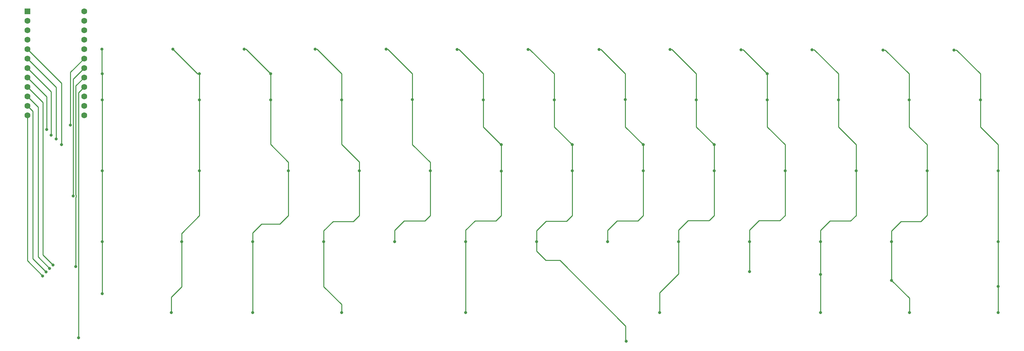
<source format=gbr>
%TF.GenerationSoftware,KiCad,Pcbnew,(6.0.7-1)-1*%
%TF.CreationDate,2022-10-01T18:19:12+02:00*%
%TF.ProjectId,staggered-keyboard,73746167-6765-4726-9564-2d6b6579626f,rev?*%
%TF.SameCoordinates,Original*%
%TF.FileFunction,Copper,L1,Top*%
%TF.FilePolarity,Positive*%
%FSLAX46Y46*%
G04 Gerber Fmt 4.6, Leading zero omitted, Abs format (unit mm)*
G04 Created by KiCad (PCBNEW (6.0.7-1)-1) date 2022-10-01 18:19:12*
%MOMM*%
%LPD*%
G01*
G04 APERTURE LIST*
%TA.AperFunction,ComponentPad*%
%ADD10R,1.600000X1.600000*%
%TD*%
%TA.AperFunction,ComponentPad*%
%ADD11C,1.600000*%
%TD*%
%TA.AperFunction,ViaPad*%
%ADD12C,0.800000*%
%TD*%
%TA.AperFunction,Conductor*%
%ADD13C,0.250000*%
%TD*%
G04 APERTURE END LIST*
D10*
%TO.P,U1,1,TX*%
%TO.N,Col 3*%
X68060000Y-141940000D03*
D11*
%TO.P,U1,2,RX*%
%TO.N,Col 4*%
X68060000Y-144480000D03*
%TO.P,U1,3,GND*%
%TO.N,unconnected-(U1-Pad3)*%
X68060000Y-147020000D03*
%TO.P,U1,4,GND*%
%TO.N,unconnected-(U1-Pad4)*%
X68060000Y-149560000D03*
%TO.P,U1,5,SDA*%
%TO.N,Col 5*%
X68060000Y-152100000D03*
%TO.P,U1,6,SCL*%
%TO.N,Col 6*%
X68060000Y-154640000D03*
%TO.P,U1,7,D4*%
%TO.N,Col 7*%
X68060000Y-157180000D03*
%TO.P,U1,8,C6*%
%TO.N,Col 8*%
X68060000Y-159720000D03*
%TO.P,U1,9,D7*%
%TO.N,Col 9*%
X68060000Y-162260000D03*
%TO.P,U1,10,E6*%
%TO.N,Col 10*%
X68060000Y-164800000D03*
%TO.P,U1,11,B4*%
%TO.N,Col 11*%
X68060000Y-167340000D03*
%TO.P,U1,12,B5*%
%TO.N,Col 12*%
X68060000Y-169880000D03*
%TO.P,U1,13,B6*%
%TO.N,Col 2*%
X83300000Y-169880000D03*
%TO.P,U1,14,B2*%
%TO.N,Col 1*%
X83300000Y-167340000D03*
%TO.P,U1,15,B3*%
%TO.N,Col 0*%
X83300000Y-164800000D03*
%TO.P,U1,16,B1*%
%TO.N,Row 4*%
X83300000Y-162260000D03*
%TO.P,U1,17,F7*%
%TO.N,Row 3*%
X83300000Y-159720000D03*
%TO.P,U1,18,F6*%
%TO.N,Row 2*%
X83300000Y-157180000D03*
%TO.P,U1,19,F5*%
%TO.N,Row 1*%
X83300000Y-154640000D03*
%TO.P,U1,20,F4*%
%TO.N,Row 0*%
X83300000Y-152100000D03*
%TO.P,U1,21,VCC*%
%TO.N,unconnected-(U1-Pad21)*%
X83300000Y-149560000D03*
%TO.P,U1,22,RST*%
%TO.N,unconnected-(U1-Pad22)*%
X83300000Y-147020000D03*
%TO.P,U1,23,GND*%
%TO.N,unconnected-(U1-Pad23)*%
X83300000Y-144480000D03*
%TO.P,U1,24,RAW*%
%TO.N,unconnected-(U1-Pad24)*%
X83300000Y-141940000D03*
%TD*%
D12*
%TO.N,Col 12*%
X328575000Y-203850000D03*
X328575000Y-184775000D03*
X323825000Y-165725000D03*
X328625000Y-215900000D03*
X328625000Y-222900000D03*
%TO.N,Col 11*%
X304800000Y-222875000D03*
X300000000Y-214250000D03*
X300000000Y-203825000D03*
X309525000Y-184775000D03*
X304750000Y-165725000D03*
%TO.N,Col 10*%
X280925000Y-212650000D03*
X280925000Y-222900000D03*
X280925000Y-203825000D03*
X290475000Y-184775000D03*
X285725000Y-165725000D03*
%TO.N,Col 9*%
X261900000Y-211900000D03*
X261900000Y-203825000D03*
X271425000Y-184775000D03*
X266650000Y-165725000D03*
%TO.N,Col 8*%
X237750000Y-222875000D03*
X242850000Y-203825000D03*
X252375000Y-177800000D03*
X252375000Y-184825000D03*
X247600000Y-165725000D03*
%TO.N,Col 7*%
X223800000Y-203825000D03*
X233325000Y-177800000D03*
X233325000Y-184775000D03*
X228550000Y-165700000D03*
%TO.N,Col 6*%
X204750000Y-203825000D03*
X214275000Y-184775000D03*
X214275000Y-177800000D03*
X209500000Y-165725000D03*
%TO.N,Col 5*%
X185700000Y-222875000D03*
X185700000Y-203825000D03*
X195225000Y-184850000D03*
X190450000Y-165725000D03*
%TO.N,Col 4*%
X166625000Y-203850000D03*
X176175000Y-184775000D03*
X171400000Y-165700000D03*
%TO.N,Col 3*%
X152400000Y-222875000D03*
X147600000Y-203825000D03*
X157125000Y-184775000D03*
X152375000Y-165725000D03*
%TO.N,Col 2*%
X128550000Y-222875000D03*
X128550000Y-203825000D03*
X138075000Y-184775000D03*
X133325000Y-165725000D03*
%TO.N,Col 1*%
X106700000Y-222875000D03*
X109500000Y-203850000D03*
X114250000Y-184775000D03*
%TO.N,Col 0*%
X88125000Y-217800000D03*
X88125000Y-203850000D03*
X88125000Y-184800000D03*
X88125000Y-165725000D03*
%TO.N,Col 12*%
X316720000Y-152360000D03*
%TO.N,Col 11*%
X297670000Y-152330000D03*
%TO.N,Col 9*%
X266650000Y-158750000D03*
X259580000Y-152290000D03*
%TO.N,Col 10*%
X278680000Y-152280000D03*
%TO.N,Col 8*%
X240550000Y-152230000D03*
%TO.N,Col 7*%
X221500000Y-152180000D03*
%TO.N,Col 6*%
X202420000Y-152160000D03*
%TO.N,Col 5*%
X183370000Y-152170000D03*
%TO.N,Col 4*%
X164350000Y-152130000D03*
%TO.N,Col 1*%
X114250000Y-165725000D03*
%TO.N,Col 3*%
X145270000Y-152150000D03*
%TO.N,Col 2*%
X126220000Y-152150000D03*
%TO.N,Col 1*%
X107130000Y-152110000D03*
%TO.N,Col 0*%
X88100000Y-152140000D03*
%TO.N,Row 1*%
X79625500Y-172550000D03*
%TO.N,Row 2*%
X80355500Y-191600000D03*
%TO.N,Row 3*%
X81070000Y-210570000D03*
%TO.N,Row 4*%
X81800000Y-229650000D03*
%TO.N,Col 0*%
X88125000Y-158680000D03*
%TO.N,Col 1*%
X114250000Y-158725000D03*
%TO.N,Col 2*%
X133325000Y-158725000D03*
%TO.N,Col 5*%
X77200000Y-177800000D03*
X195225000Y-177800000D03*
%TO.N,Col 6*%
X228780000Y-230580000D03*
X75750000Y-176270000D03*
%TO.N,Col 7*%
X74410000Y-175225000D03*
%TO.N,Col 8*%
X73210000Y-173680000D03*
%TO.N,Col 9*%
X74900000Y-210075000D03*
%TO.N,Col 10*%
X74000000Y-211025000D03*
%TO.N,Col 11*%
X73100000Y-212000000D03*
%TO.N,Col 12*%
X72150000Y-213050000D03*
%TD*%
D13*
%TO.N,Col 6*%
X204750000Y-203825000D02*
X204750000Y-206425000D01*
X228650000Y-226550000D02*
X228650000Y-230450000D01*
X204750000Y-206425000D02*
X207200000Y-208875000D01*
X207200000Y-208875000D02*
X210975000Y-208875000D01*
X210975000Y-208875000D02*
X228650000Y-226550000D01*
X228650000Y-230450000D02*
X228780000Y-230580000D01*
%TO.N,Col 10*%
X278680000Y-152280000D02*
X279255000Y-152280000D01*
X279255000Y-152280000D02*
X285725000Y-158750000D01*
X285725000Y-158750000D02*
X285725000Y-165725000D01*
%TO.N,Col 12*%
X328575000Y-203850000D02*
X328575000Y-215850000D01*
X328575000Y-215850000D02*
X328625000Y-215900000D01*
X328575000Y-184775000D02*
X328575000Y-203850000D01*
X328575000Y-177800000D02*
X328575000Y-184775000D01*
X323825000Y-165725000D02*
X323825000Y-173050000D01*
X323825000Y-173050000D02*
X328575000Y-177800000D01*
X323825000Y-158750000D02*
X323825000Y-165725000D01*
X323825000Y-158750000D02*
X317435000Y-152360000D01*
X317435000Y-152360000D02*
X316720000Y-152360000D01*
%TO.N,Col 11*%
X300000000Y-214250000D02*
X304775000Y-219025000D01*
X300000000Y-214250000D02*
X300000000Y-203825000D01*
X304775000Y-219025000D02*
X304775000Y-222850000D01*
X304775000Y-222850000D02*
X304800000Y-222875000D01*
%TO.N,Col 10*%
X280925000Y-212650000D02*
X280925000Y-222900000D01*
X280925000Y-203825000D02*
X280925000Y-212650000D01*
%TO.N,Col 9*%
X261900000Y-211900000D02*
X261900000Y-203825000D01*
%TO.N,Col 12*%
X328625000Y-215900000D02*
X328625000Y-222900000D01*
X72150000Y-213050000D02*
X68060000Y-208960000D01*
X68060000Y-208960000D02*
X68060000Y-169880000D01*
%TO.N,Col 11*%
X73100000Y-212000000D02*
X69520000Y-208420000D01*
X69520000Y-208420000D02*
X69520000Y-168800000D01*
X69520000Y-168800000D02*
X68060000Y-167340000D01*
%TO.N,Col 10*%
X70920000Y-167660000D02*
X68060000Y-164800000D01*
X74000000Y-211025000D02*
X70920000Y-207945000D01*
X70920000Y-207945000D02*
X70920000Y-167660000D01*
%TO.N,Col 9*%
X72240000Y-166440000D02*
X68060000Y-162260000D01*
X72240000Y-207415000D02*
X72240000Y-166440000D01*
X74900000Y-210075000D02*
X72240000Y-207415000D01*
%TO.N,Col 11*%
X300000000Y-200950000D02*
X300000000Y-203825000D01*
X309525000Y-196750000D02*
X308025000Y-198250000D01*
X308025000Y-198250000D02*
X307850000Y-198425000D01*
X302525000Y-198425000D02*
X300000000Y-200950000D01*
X309525000Y-184775000D02*
X309525000Y-196750000D01*
X307850000Y-198425000D02*
X302525000Y-198425000D01*
X304750000Y-165725000D02*
X304750000Y-173025000D01*
X304750000Y-173025000D02*
X309525000Y-177800000D01*
X309525000Y-177800000D02*
X309525000Y-184775000D01*
X304750000Y-158750000D02*
X304750000Y-165725000D01*
X304750000Y-158750000D02*
X298330000Y-152330000D01*
X298330000Y-152330000D02*
X297670000Y-152330000D01*
%TO.N,Col 10*%
X283450000Y-198300000D02*
X280925000Y-200825000D01*
X280925000Y-200825000D02*
X280925000Y-203825000D01*
X290475000Y-184775000D02*
X290475000Y-196825000D01*
X289000000Y-198300000D02*
X283450000Y-198300000D01*
X290475000Y-196825000D02*
X289000000Y-198300000D01*
X290475000Y-177800000D02*
X290475000Y-184775000D01*
X285725000Y-165725000D02*
X285725000Y-173050000D01*
X285725000Y-173050000D02*
X290475000Y-177800000D01*
%TO.N,Col 2*%
X133325000Y-158725000D02*
X126750000Y-152150000D01*
X126750000Y-152150000D02*
X126220000Y-152150000D01*
%TO.N,Col 3*%
X152375000Y-158750000D02*
X145775000Y-152150000D01*
X145775000Y-152150000D02*
X145270000Y-152150000D01*
%TO.N,Col 4*%
X164350000Y-152130000D02*
X164780000Y-152130000D01*
X164780000Y-152130000D02*
X171400000Y-158750000D01*
%TO.N,Col 5*%
X190450000Y-158750000D02*
X183870000Y-152170000D01*
X183870000Y-152170000D02*
X183370000Y-152170000D01*
%TO.N,Col 6*%
X209500000Y-158750000D02*
X202910000Y-152160000D01*
X202910000Y-152160000D02*
X202420000Y-152160000D01*
%TO.N,Col 8*%
X247600000Y-158750000D02*
X241080000Y-152230000D01*
X241080000Y-152230000D02*
X240550000Y-152230000D01*
%TO.N,Col 7*%
X228550000Y-158750000D02*
X221980000Y-152180000D01*
X221980000Y-152180000D02*
X221500000Y-152180000D01*
%TO.N,Col 9*%
X266650000Y-158750000D02*
X260190000Y-152290000D01*
X260190000Y-152290000D02*
X259580000Y-152290000D01*
X261900000Y-200750000D02*
X261900000Y-203825000D01*
X271425000Y-196800000D02*
X270100000Y-198125000D01*
X264450000Y-198200000D02*
X261900000Y-200750000D01*
X271425000Y-184775000D02*
X271425000Y-196800000D01*
X270025000Y-198200000D02*
X264450000Y-198200000D01*
X270100000Y-198125000D02*
X270025000Y-198200000D01*
X271425000Y-177800000D02*
X271425000Y-184775000D01*
X266650000Y-173025000D02*
X271425000Y-177800000D01*
X266650000Y-165725000D02*
X266650000Y-173025000D01*
X266650000Y-158750000D02*
X266650000Y-165725000D01*
%TO.N,Col 8*%
X237750000Y-217550000D02*
X237750000Y-222875000D01*
X237925000Y-217375000D02*
X237750000Y-217550000D01*
X242850000Y-203825000D02*
X242850000Y-212450000D01*
X242850000Y-212450000D02*
X237925000Y-217375000D01*
X242850000Y-200725000D02*
X242850000Y-203825000D01*
X245375000Y-198200000D02*
X242850000Y-200725000D01*
X252375000Y-196825000D02*
X251125000Y-198075000D01*
X252375000Y-184825000D02*
X252375000Y-196825000D01*
X251125000Y-198075000D02*
X251000000Y-198200000D01*
X251000000Y-198200000D02*
X245375000Y-198200000D01*
X68060000Y-159720000D02*
X73210000Y-164870000D01*
X73210000Y-164870000D02*
X73210000Y-173680000D01*
X252375000Y-177800000D02*
X252375000Y-184825000D01*
X247600000Y-165725000D02*
X247600000Y-173025000D01*
X247600000Y-173025000D02*
X252375000Y-177800000D01*
X247600000Y-158750000D02*
X247600000Y-165725000D01*
%TO.N,Col 7*%
X233325000Y-184775000D02*
X233325000Y-196825000D01*
X226325000Y-198275000D02*
X223800000Y-200800000D01*
X233325000Y-196825000D02*
X231875000Y-198275000D01*
X223800000Y-200800000D02*
X223800000Y-203825000D01*
X231875000Y-198275000D02*
X226325000Y-198275000D01*
X233325000Y-177800000D02*
X233325000Y-184775000D01*
X228550000Y-165700000D02*
X228550000Y-173025000D01*
X228550000Y-173025000D02*
X233325000Y-177800000D01*
X228550000Y-158750000D02*
X228550000Y-165700000D01*
%TO.N,Col 6*%
X204750000Y-200900000D02*
X204750000Y-203825000D01*
X214275000Y-196850000D02*
X212775000Y-198350000D01*
X207300000Y-198350000D02*
X204750000Y-200900000D01*
X214275000Y-184775000D02*
X214275000Y-196850000D01*
X212775000Y-198350000D02*
X207300000Y-198350000D01*
X214275000Y-177800000D02*
X214275000Y-184775000D01*
X209500000Y-173025000D02*
X214275000Y-177800000D01*
X209500000Y-165725000D02*
X209500000Y-173025000D01*
X209500000Y-158750000D02*
X209500000Y-165725000D01*
%TO.N,Col 5*%
X185700000Y-203825000D02*
X185700000Y-222875000D01*
X185700000Y-200750000D02*
X185700000Y-203825000D01*
X195225000Y-184850000D02*
X195225000Y-196850000D01*
X188225000Y-198225000D02*
X185700000Y-200750000D01*
X195225000Y-196850000D02*
X193850000Y-198225000D01*
X193850000Y-198225000D02*
X188225000Y-198225000D01*
X195225000Y-177800000D02*
X195225000Y-184850000D01*
X195225000Y-177800000D02*
X195200000Y-177800000D01*
X195200000Y-177800000D02*
X190450000Y-173050000D01*
X190450000Y-173050000D02*
X190450000Y-165725000D01*
X77200000Y-161240000D02*
X68060000Y-152100000D01*
X77200000Y-177800000D02*
X77200000Y-161240000D01*
X190450000Y-158750000D02*
X190450000Y-165725000D01*
%TO.N,Col 4*%
X169175000Y-198225000D02*
X166625000Y-200775000D01*
X166625000Y-200775000D02*
X166625000Y-203850000D01*
X176175000Y-196825000D02*
X174975000Y-198025000D01*
X174775000Y-198225000D02*
X169175000Y-198225000D01*
X176175000Y-184775000D02*
X176175000Y-196825000D01*
X174975000Y-198025000D02*
X174775000Y-198225000D01*
X171400000Y-165700000D02*
X171400000Y-177750000D01*
X176175000Y-182525000D02*
X176175000Y-184775000D01*
X171400000Y-177750000D02*
X176175000Y-182525000D01*
X171400000Y-158750000D02*
X171400000Y-165700000D01*
%TO.N,Col 3*%
X147600000Y-203825000D02*
X147600000Y-215925000D01*
X152400000Y-220725000D02*
X152400000Y-222875000D01*
X147600000Y-215925000D02*
X152400000Y-220725000D01*
X147600000Y-200925000D02*
X147600000Y-203825000D01*
X150125000Y-198400000D02*
X147600000Y-200925000D01*
X157125000Y-196800000D02*
X155525000Y-198400000D01*
X155525000Y-198400000D02*
X150125000Y-198400000D01*
X157125000Y-184775000D02*
X157125000Y-196800000D01*
X157125000Y-182425000D02*
X157125000Y-184775000D01*
X152375000Y-165725000D02*
X152375000Y-177675000D01*
X152375000Y-177675000D02*
X157125000Y-182425000D01*
X152375000Y-158750000D02*
X152375000Y-165725000D01*
%TO.N,Col 2*%
X128550000Y-203825000D02*
X128550000Y-222875000D01*
X128550000Y-201475000D02*
X128550000Y-203825000D01*
X135800000Y-199100000D02*
X131100000Y-199100000D01*
X130925000Y-199100000D02*
X128600000Y-201425000D01*
X128600000Y-201425000D02*
X128550000Y-201475000D01*
X138075000Y-196825000D02*
X135800000Y-199100000D01*
X131100000Y-199100000D02*
X130925000Y-199100000D01*
X138075000Y-184775000D02*
X138075000Y-196825000D01*
X138075000Y-182475000D02*
X138075000Y-184775000D01*
X133325000Y-165725000D02*
X133325000Y-177725000D01*
X133325000Y-177725000D02*
X138075000Y-182475000D01*
X133325000Y-158725000D02*
X133325000Y-165725000D01*
%TO.N,Col 1*%
X114250000Y-158725000D02*
X113745000Y-158725000D01*
X113745000Y-158725000D02*
X107130000Y-152110000D01*
X114250000Y-158725000D02*
X114250000Y-165725000D01*
X109500000Y-203850000D02*
X109500000Y-215925000D01*
X109500000Y-215925000D02*
X106700000Y-218725000D01*
X106700000Y-218725000D02*
X106700000Y-222875000D01*
X109550000Y-201550000D02*
X109500000Y-201600000D01*
X114250000Y-184775000D02*
X114250000Y-196850000D01*
X109500000Y-201600000D02*
X109500000Y-203850000D01*
X114250000Y-196850000D02*
X109550000Y-201550000D01*
X114250000Y-165725000D02*
X114250000Y-184775000D01*
%TO.N,Col 7*%
X74410000Y-175225000D02*
X74410000Y-163530000D01*
X74410000Y-163530000D02*
X68060000Y-157180000D01*
%TO.N,Col 0*%
X88125000Y-203850000D02*
X88125000Y-217800000D01*
X88125000Y-184800000D02*
X88125000Y-203850000D01*
X88125000Y-184800000D02*
X88125000Y-165725000D01*
X88125000Y-165725000D02*
X88125000Y-158680000D01*
X88100000Y-152140000D02*
X88100000Y-158655000D01*
X88100000Y-158655000D02*
X88125000Y-158680000D01*
%TO.N,Row 1*%
X79625500Y-172550000D02*
X79625500Y-158314500D01*
X79625500Y-158314500D02*
X83300000Y-154640000D01*
%TO.N,Row 2*%
X80350000Y-191594500D02*
X80350000Y-160130000D01*
X80350000Y-160130000D02*
X83300000Y-157180000D01*
X80355500Y-191600000D02*
X80350000Y-191594500D01*
%TO.N,Row 3*%
X81070000Y-191289195D02*
X81070000Y-161950000D01*
X81080500Y-191299695D02*
X81070000Y-191289195D01*
X81080500Y-191900305D02*
X81080500Y-191299695D01*
X81070000Y-191910805D02*
X81080500Y-191900305D01*
X81070000Y-210560000D02*
X81070000Y-191910805D01*
X81070000Y-161950000D02*
X83300000Y-159720000D01*
%TO.N,Row 4*%
X81800000Y-163760000D02*
X83300000Y-162260000D01*
X81800000Y-180989054D02*
X81800000Y-229650000D01*
X81800000Y-180989054D02*
X81800000Y-163760000D01*
%TO.N,Col 6*%
X68060000Y-154640000D02*
X75750000Y-162330000D01*
X75750000Y-162330000D02*
X75750000Y-176270000D01*
%TD*%
M02*

</source>
